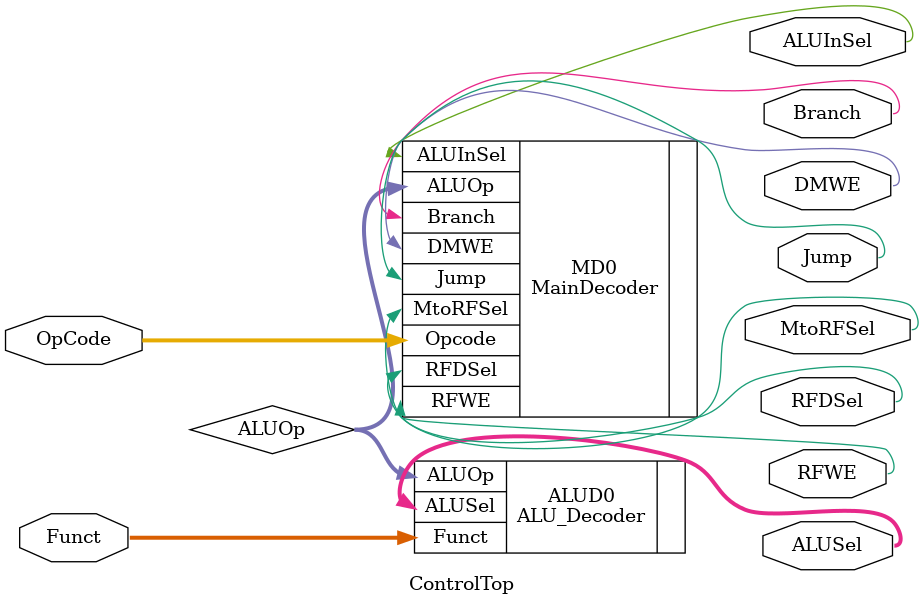
<source format=v>
`timescale 1ns / 1ps


module ControlTop(input [5:0] OpCode,
                    input [5:0] Funct,
                        output MtoRFSel, 
							output DMWE,
							output Branch,
							output ALUInSel, 
							output RFDSel, 
							output RFWE,
							output [2:0] ALUSel,
							output Jump);
							
    wire [1:0] ALUOp;

    MainDecoder
        MD0 (.Opcode(OpCode), .MtoRFSel(MtoRFSel), .DMWE(DMWE), .Branch(Branch), .ALUInSel(ALUInSel), 
                    .RFDSel(RFDSel), .RFWE(RFWE), .ALUOp(ALUOp), .Jump(Jump));
    ALU_Decoder
        ALUD0 (.ALUOp(ALUOp), .Funct(Funct), .ALUSel(ALUSel));
endmodule

</source>
